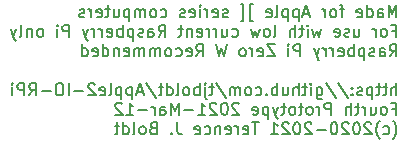
<source format=gbr>
G04 #@! TF.GenerationSoftware,KiCad,Pcbnew,(5.1.9-0-10_14)*
G04 #@! TF.CreationDate,2021-03-12T10:10:12-05:00*
G04 #@! TF.ProjectId,Apple2IORPi,4170706c-6532-4494-9f52-50692e6b6963,0.4*
G04 #@! TF.SameCoordinates,Original*
G04 #@! TF.FileFunction,Legend,Bot*
G04 #@! TF.FilePolarity,Positive*
%FSLAX46Y46*%
G04 Gerber Fmt 4.6, Leading zero omitted, Abs format (unit mm)*
G04 Created by KiCad (PCBNEW (5.1.9-0-10_14)) date 2021-03-12 10:10:12*
%MOMM*%
%LPD*%
G01*
G04 APERTURE LIST*
%ADD10C,0.150000*%
G04 APERTURE END LIST*
D10*
X183484204Y-100124980D02*
X183484204Y-99124980D01*
X183150871Y-99839266D01*
X182817538Y-99124980D01*
X182817538Y-100124980D01*
X181912776Y-100124980D02*
X181912776Y-99601171D01*
X181960395Y-99505933D01*
X182055633Y-99458314D01*
X182246109Y-99458314D01*
X182341347Y-99505933D01*
X181912776Y-100077361D02*
X182008014Y-100124980D01*
X182246109Y-100124980D01*
X182341347Y-100077361D01*
X182388966Y-99982123D01*
X182388966Y-99886885D01*
X182341347Y-99791647D01*
X182246109Y-99744028D01*
X182008014Y-99744028D01*
X181912776Y-99696409D01*
X181008014Y-100124980D02*
X181008014Y-99124980D01*
X181008014Y-100077361D02*
X181103252Y-100124980D01*
X181293728Y-100124980D01*
X181388966Y-100077361D01*
X181436585Y-100029742D01*
X181484204Y-99934504D01*
X181484204Y-99648790D01*
X181436585Y-99553552D01*
X181388966Y-99505933D01*
X181293728Y-99458314D01*
X181103252Y-99458314D01*
X181008014Y-99505933D01*
X180150871Y-100077361D02*
X180246109Y-100124980D01*
X180436585Y-100124980D01*
X180531823Y-100077361D01*
X180579442Y-99982123D01*
X180579442Y-99601171D01*
X180531823Y-99505933D01*
X180436585Y-99458314D01*
X180246109Y-99458314D01*
X180150871Y-99505933D01*
X180103252Y-99601171D01*
X180103252Y-99696409D01*
X180579442Y-99791647D01*
X179055633Y-99458314D02*
X178674680Y-99458314D01*
X178912776Y-100124980D02*
X178912776Y-99267838D01*
X178865157Y-99172600D01*
X178769919Y-99124980D01*
X178674680Y-99124980D01*
X178198490Y-100124980D02*
X178293728Y-100077361D01*
X178341347Y-100029742D01*
X178388966Y-99934504D01*
X178388966Y-99648790D01*
X178341347Y-99553552D01*
X178293728Y-99505933D01*
X178198490Y-99458314D01*
X178055633Y-99458314D01*
X177960395Y-99505933D01*
X177912776Y-99553552D01*
X177865157Y-99648790D01*
X177865157Y-99934504D01*
X177912776Y-100029742D01*
X177960395Y-100077361D01*
X178055633Y-100124980D01*
X178198490Y-100124980D01*
X177436585Y-100124980D02*
X177436585Y-99458314D01*
X177436585Y-99648790D02*
X177388966Y-99553552D01*
X177341347Y-99505933D01*
X177246109Y-99458314D01*
X177150871Y-99458314D01*
X176103252Y-99839266D02*
X175627061Y-99839266D01*
X176198490Y-100124980D02*
X175865157Y-99124980D01*
X175531823Y-100124980D01*
X175198490Y-99458314D02*
X175198490Y-100458314D01*
X175198490Y-99505933D02*
X175103252Y-99458314D01*
X174912776Y-99458314D01*
X174817538Y-99505933D01*
X174769919Y-99553552D01*
X174722300Y-99648790D01*
X174722300Y-99934504D01*
X174769919Y-100029742D01*
X174817538Y-100077361D01*
X174912776Y-100124980D01*
X175103252Y-100124980D01*
X175198490Y-100077361D01*
X174293728Y-99458314D02*
X174293728Y-100458314D01*
X174293728Y-99505933D02*
X174198490Y-99458314D01*
X174008014Y-99458314D01*
X173912776Y-99505933D01*
X173865157Y-99553552D01*
X173817538Y-99648790D01*
X173817538Y-99934504D01*
X173865157Y-100029742D01*
X173912776Y-100077361D01*
X174008014Y-100124980D01*
X174198490Y-100124980D01*
X174293728Y-100077361D01*
X173246109Y-100124980D02*
X173341347Y-100077361D01*
X173388966Y-99982123D01*
X173388966Y-99124980D01*
X172484204Y-100077361D02*
X172579442Y-100124980D01*
X172769919Y-100124980D01*
X172865157Y-100077361D01*
X172912776Y-99982123D01*
X172912776Y-99601171D01*
X172865157Y-99505933D01*
X172769919Y-99458314D01*
X172579442Y-99458314D01*
X172484204Y-99505933D01*
X172436585Y-99601171D01*
X172436585Y-99696409D01*
X172912776Y-99791647D01*
X171341347Y-100458314D02*
X171103252Y-100458314D01*
X171103252Y-99029742D01*
X171341347Y-99029742D01*
X170293728Y-100458314D02*
X170531823Y-100458314D01*
X170531823Y-99029742D01*
X170293728Y-99029742D01*
X169198490Y-100077361D02*
X169103252Y-100124980D01*
X168912776Y-100124980D01*
X168817538Y-100077361D01*
X168769919Y-99982123D01*
X168769919Y-99934504D01*
X168817538Y-99839266D01*
X168912776Y-99791647D01*
X169055633Y-99791647D01*
X169150871Y-99744028D01*
X169198490Y-99648790D01*
X169198490Y-99601171D01*
X169150871Y-99505933D01*
X169055633Y-99458314D01*
X168912776Y-99458314D01*
X168817538Y-99505933D01*
X167960395Y-100077361D02*
X168055633Y-100124980D01*
X168246109Y-100124980D01*
X168341347Y-100077361D01*
X168388966Y-99982123D01*
X168388966Y-99601171D01*
X168341347Y-99505933D01*
X168246109Y-99458314D01*
X168055633Y-99458314D01*
X167960395Y-99505933D01*
X167912776Y-99601171D01*
X167912776Y-99696409D01*
X168388966Y-99791647D01*
X167484204Y-100124980D02*
X167484204Y-99458314D01*
X167484204Y-99648790D02*
X167436585Y-99553552D01*
X167388966Y-99505933D01*
X167293728Y-99458314D01*
X167198490Y-99458314D01*
X166865157Y-100124980D02*
X166865157Y-99458314D01*
X166865157Y-99124980D02*
X166912776Y-99172600D01*
X166865157Y-99220219D01*
X166817538Y-99172600D01*
X166865157Y-99124980D01*
X166865157Y-99220219D01*
X166008014Y-100077361D02*
X166103252Y-100124980D01*
X166293728Y-100124980D01*
X166388966Y-100077361D01*
X166436585Y-99982123D01*
X166436585Y-99601171D01*
X166388966Y-99505933D01*
X166293728Y-99458314D01*
X166103252Y-99458314D01*
X166008014Y-99505933D01*
X165960395Y-99601171D01*
X165960395Y-99696409D01*
X166436585Y-99791647D01*
X165579442Y-100077361D02*
X165484204Y-100124980D01*
X165293728Y-100124980D01*
X165198490Y-100077361D01*
X165150871Y-99982123D01*
X165150871Y-99934504D01*
X165198490Y-99839266D01*
X165293728Y-99791647D01*
X165436585Y-99791647D01*
X165531823Y-99744028D01*
X165579442Y-99648790D01*
X165579442Y-99601171D01*
X165531823Y-99505933D01*
X165436585Y-99458314D01*
X165293728Y-99458314D01*
X165198490Y-99505933D01*
X163531823Y-100077361D02*
X163627061Y-100124980D01*
X163817538Y-100124980D01*
X163912776Y-100077361D01*
X163960395Y-100029742D01*
X164008014Y-99934504D01*
X164008014Y-99648790D01*
X163960395Y-99553552D01*
X163912776Y-99505933D01*
X163817538Y-99458314D01*
X163627061Y-99458314D01*
X163531823Y-99505933D01*
X162960395Y-100124980D02*
X163055633Y-100077361D01*
X163103252Y-100029742D01*
X163150871Y-99934504D01*
X163150871Y-99648790D01*
X163103252Y-99553552D01*
X163055633Y-99505933D01*
X162960395Y-99458314D01*
X162817538Y-99458314D01*
X162722300Y-99505933D01*
X162674680Y-99553552D01*
X162627061Y-99648790D01*
X162627061Y-99934504D01*
X162674680Y-100029742D01*
X162722300Y-100077361D01*
X162817538Y-100124980D01*
X162960395Y-100124980D01*
X162198490Y-100124980D02*
X162198490Y-99458314D01*
X162198490Y-99553552D02*
X162150871Y-99505933D01*
X162055633Y-99458314D01*
X161912776Y-99458314D01*
X161817538Y-99505933D01*
X161769919Y-99601171D01*
X161769919Y-100124980D01*
X161769919Y-99601171D02*
X161722300Y-99505933D01*
X161627061Y-99458314D01*
X161484204Y-99458314D01*
X161388966Y-99505933D01*
X161341347Y-99601171D01*
X161341347Y-100124980D01*
X160865157Y-99458314D02*
X160865157Y-100458314D01*
X160865157Y-99505933D02*
X160769919Y-99458314D01*
X160579442Y-99458314D01*
X160484204Y-99505933D01*
X160436585Y-99553552D01*
X160388966Y-99648790D01*
X160388966Y-99934504D01*
X160436585Y-100029742D01*
X160484204Y-100077361D01*
X160579442Y-100124980D01*
X160769919Y-100124980D01*
X160865157Y-100077361D01*
X159531823Y-99458314D02*
X159531823Y-100124980D01*
X159960395Y-99458314D02*
X159960395Y-99982123D01*
X159912776Y-100077361D01*
X159817538Y-100124980D01*
X159674680Y-100124980D01*
X159579442Y-100077361D01*
X159531823Y-100029742D01*
X159198490Y-99458314D02*
X158817538Y-99458314D01*
X159055633Y-99124980D02*
X159055633Y-99982123D01*
X159008014Y-100077361D01*
X158912776Y-100124980D01*
X158817538Y-100124980D01*
X158103252Y-100077361D02*
X158198490Y-100124980D01*
X158388966Y-100124980D01*
X158484204Y-100077361D01*
X158531823Y-99982123D01*
X158531823Y-99601171D01*
X158484204Y-99505933D01*
X158388966Y-99458314D01*
X158198490Y-99458314D01*
X158103252Y-99505933D01*
X158055633Y-99601171D01*
X158055633Y-99696409D01*
X158531823Y-99791647D01*
X157627061Y-100124980D02*
X157627061Y-99458314D01*
X157627061Y-99648790D02*
X157579442Y-99553552D01*
X157531823Y-99505933D01*
X157436585Y-99458314D01*
X157341347Y-99458314D01*
X157055633Y-100077361D02*
X156960395Y-100124980D01*
X156769919Y-100124980D01*
X156674680Y-100077361D01*
X156627061Y-99982123D01*
X156627061Y-99934504D01*
X156674680Y-99839266D01*
X156769919Y-99791647D01*
X156912776Y-99791647D01*
X157008014Y-99744028D01*
X157055633Y-99648790D01*
X157055633Y-99601171D01*
X157008014Y-99505933D01*
X156912776Y-99458314D01*
X156769919Y-99458314D01*
X156674680Y-99505933D01*
X183150871Y-101251171D02*
X183484204Y-101251171D01*
X183484204Y-101774980D02*
X183484204Y-100774980D01*
X183008014Y-100774980D01*
X182484204Y-101774980D02*
X182579442Y-101727361D01*
X182627061Y-101679742D01*
X182674680Y-101584504D01*
X182674680Y-101298790D01*
X182627061Y-101203552D01*
X182579442Y-101155933D01*
X182484204Y-101108314D01*
X182341347Y-101108314D01*
X182246109Y-101155933D01*
X182198490Y-101203552D01*
X182150871Y-101298790D01*
X182150871Y-101584504D01*
X182198490Y-101679742D01*
X182246109Y-101727361D01*
X182341347Y-101774980D01*
X182484204Y-101774980D01*
X181722300Y-101774980D02*
X181722300Y-101108314D01*
X181722300Y-101298790D02*
X181674680Y-101203552D01*
X181627061Y-101155933D01*
X181531823Y-101108314D01*
X181436585Y-101108314D01*
X179912776Y-101108314D02*
X179912776Y-101774980D01*
X180341347Y-101108314D02*
X180341347Y-101632123D01*
X180293728Y-101727361D01*
X180198490Y-101774980D01*
X180055633Y-101774980D01*
X179960395Y-101727361D01*
X179912776Y-101679742D01*
X179484204Y-101727361D02*
X179388966Y-101774980D01*
X179198490Y-101774980D01*
X179103252Y-101727361D01*
X179055633Y-101632123D01*
X179055633Y-101584504D01*
X179103252Y-101489266D01*
X179198490Y-101441647D01*
X179341347Y-101441647D01*
X179436585Y-101394028D01*
X179484204Y-101298790D01*
X179484204Y-101251171D01*
X179436585Y-101155933D01*
X179341347Y-101108314D01*
X179198490Y-101108314D01*
X179103252Y-101155933D01*
X178246109Y-101727361D02*
X178341347Y-101774980D01*
X178531823Y-101774980D01*
X178627061Y-101727361D01*
X178674680Y-101632123D01*
X178674680Y-101251171D01*
X178627061Y-101155933D01*
X178531823Y-101108314D01*
X178341347Y-101108314D01*
X178246109Y-101155933D01*
X178198490Y-101251171D01*
X178198490Y-101346409D01*
X178674680Y-101441647D01*
X177103252Y-101108314D02*
X176912776Y-101774980D01*
X176722300Y-101298790D01*
X176531823Y-101774980D01*
X176341347Y-101108314D01*
X175960395Y-101774980D02*
X175960395Y-101108314D01*
X175960395Y-100774980D02*
X176008014Y-100822600D01*
X175960395Y-100870219D01*
X175912776Y-100822600D01*
X175960395Y-100774980D01*
X175960395Y-100870219D01*
X175627061Y-101108314D02*
X175246109Y-101108314D01*
X175484204Y-100774980D02*
X175484204Y-101632123D01*
X175436585Y-101727361D01*
X175341347Y-101774980D01*
X175246109Y-101774980D01*
X174912776Y-101774980D02*
X174912776Y-100774980D01*
X174484204Y-101774980D02*
X174484204Y-101251171D01*
X174531823Y-101155933D01*
X174627061Y-101108314D01*
X174769919Y-101108314D01*
X174865157Y-101155933D01*
X174912776Y-101203552D01*
X173103252Y-101774980D02*
X173198490Y-101727361D01*
X173246109Y-101632123D01*
X173246109Y-100774980D01*
X172579442Y-101774980D02*
X172674680Y-101727361D01*
X172722300Y-101679742D01*
X172769919Y-101584504D01*
X172769919Y-101298790D01*
X172722300Y-101203552D01*
X172674680Y-101155933D01*
X172579442Y-101108314D01*
X172436585Y-101108314D01*
X172341347Y-101155933D01*
X172293728Y-101203552D01*
X172246109Y-101298790D01*
X172246109Y-101584504D01*
X172293728Y-101679742D01*
X172341347Y-101727361D01*
X172436585Y-101774980D01*
X172579442Y-101774980D01*
X171912776Y-101108314D02*
X171722300Y-101774980D01*
X171531823Y-101298790D01*
X171341347Y-101774980D01*
X171150871Y-101108314D01*
X169579442Y-101727361D02*
X169674680Y-101774980D01*
X169865157Y-101774980D01*
X169960395Y-101727361D01*
X170008014Y-101679742D01*
X170055633Y-101584504D01*
X170055633Y-101298790D01*
X170008014Y-101203552D01*
X169960395Y-101155933D01*
X169865157Y-101108314D01*
X169674680Y-101108314D01*
X169579442Y-101155933D01*
X168722300Y-101108314D02*
X168722300Y-101774980D01*
X169150871Y-101108314D02*
X169150871Y-101632123D01*
X169103252Y-101727361D01*
X169008014Y-101774980D01*
X168865157Y-101774980D01*
X168769919Y-101727361D01*
X168722300Y-101679742D01*
X168246109Y-101774980D02*
X168246109Y-101108314D01*
X168246109Y-101298790D02*
X168198490Y-101203552D01*
X168150871Y-101155933D01*
X168055633Y-101108314D01*
X167960395Y-101108314D01*
X167627061Y-101774980D02*
X167627061Y-101108314D01*
X167627061Y-101298790D02*
X167579442Y-101203552D01*
X167531823Y-101155933D01*
X167436585Y-101108314D01*
X167341347Y-101108314D01*
X166627061Y-101727361D02*
X166722300Y-101774980D01*
X166912776Y-101774980D01*
X167008014Y-101727361D01*
X167055633Y-101632123D01*
X167055633Y-101251171D01*
X167008014Y-101155933D01*
X166912776Y-101108314D01*
X166722300Y-101108314D01*
X166627061Y-101155933D01*
X166579442Y-101251171D01*
X166579442Y-101346409D01*
X167055633Y-101441647D01*
X166150871Y-101108314D02*
X166150871Y-101774980D01*
X166150871Y-101203552D02*
X166103252Y-101155933D01*
X166008014Y-101108314D01*
X165865157Y-101108314D01*
X165769919Y-101155933D01*
X165722300Y-101251171D01*
X165722300Y-101774980D01*
X165388966Y-101108314D02*
X165008014Y-101108314D01*
X165246109Y-100774980D02*
X165246109Y-101632123D01*
X165198490Y-101727361D01*
X165103252Y-101774980D01*
X165008014Y-101774980D01*
X163341347Y-101774980D02*
X163674680Y-101298790D01*
X163912776Y-101774980D02*
X163912776Y-100774980D01*
X163531823Y-100774980D01*
X163436585Y-100822600D01*
X163388966Y-100870219D01*
X163341347Y-100965457D01*
X163341347Y-101108314D01*
X163388966Y-101203552D01*
X163436585Y-101251171D01*
X163531823Y-101298790D01*
X163912776Y-101298790D01*
X162484204Y-101774980D02*
X162484204Y-101251171D01*
X162531823Y-101155933D01*
X162627061Y-101108314D01*
X162817538Y-101108314D01*
X162912776Y-101155933D01*
X162484204Y-101727361D02*
X162579442Y-101774980D01*
X162817538Y-101774980D01*
X162912776Y-101727361D01*
X162960395Y-101632123D01*
X162960395Y-101536885D01*
X162912776Y-101441647D01*
X162817538Y-101394028D01*
X162579442Y-101394028D01*
X162484204Y-101346409D01*
X162055633Y-101727361D02*
X161960395Y-101774980D01*
X161769919Y-101774980D01*
X161674680Y-101727361D01*
X161627061Y-101632123D01*
X161627061Y-101584504D01*
X161674680Y-101489266D01*
X161769919Y-101441647D01*
X161912776Y-101441647D01*
X162008014Y-101394028D01*
X162055633Y-101298790D01*
X162055633Y-101251171D01*
X162008014Y-101155933D01*
X161912776Y-101108314D01*
X161769919Y-101108314D01*
X161674680Y-101155933D01*
X161198490Y-101108314D02*
X161198490Y-102108314D01*
X161198490Y-101155933D02*
X161103252Y-101108314D01*
X160912776Y-101108314D01*
X160817538Y-101155933D01*
X160769919Y-101203552D01*
X160722300Y-101298790D01*
X160722300Y-101584504D01*
X160769919Y-101679742D01*
X160817538Y-101727361D01*
X160912776Y-101774980D01*
X161103252Y-101774980D01*
X161198490Y-101727361D01*
X160293728Y-101774980D02*
X160293728Y-100774980D01*
X160293728Y-101155933D02*
X160198490Y-101108314D01*
X160008014Y-101108314D01*
X159912776Y-101155933D01*
X159865157Y-101203552D01*
X159817538Y-101298790D01*
X159817538Y-101584504D01*
X159865157Y-101679742D01*
X159912776Y-101727361D01*
X160008014Y-101774980D01*
X160198490Y-101774980D01*
X160293728Y-101727361D01*
X159008014Y-101727361D02*
X159103252Y-101774980D01*
X159293728Y-101774980D01*
X159388966Y-101727361D01*
X159436585Y-101632123D01*
X159436585Y-101251171D01*
X159388966Y-101155933D01*
X159293728Y-101108314D01*
X159103252Y-101108314D01*
X159008014Y-101155933D01*
X158960395Y-101251171D01*
X158960395Y-101346409D01*
X159436585Y-101441647D01*
X158531823Y-101774980D02*
X158531823Y-101108314D01*
X158531823Y-101298790D02*
X158484204Y-101203552D01*
X158436585Y-101155933D01*
X158341347Y-101108314D01*
X158246109Y-101108314D01*
X157912776Y-101774980D02*
X157912776Y-101108314D01*
X157912776Y-101298790D02*
X157865157Y-101203552D01*
X157817538Y-101155933D01*
X157722300Y-101108314D01*
X157627061Y-101108314D01*
X157388966Y-101108314D02*
X157150871Y-101774980D01*
X156912776Y-101108314D02*
X157150871Y-101774980D01*
X157246109Y-102013076D01*
X157293728Y-102060695D01*
X157388966Y-102108314D01*
X155769919Y-101774980D02*
X155769919Y-100774980D01*
X155388966Y-100774980D01*
X155293728Y-100822600D01*
X155246109Y-100870219D01*
X155198490Y-100965457D01*
X155198490Y-101108314D01*
X155246109Y-101203552D01*
X155293728Y-101251171D01*
X155388966Y-101298790D01*
X155769919Y-101298790D01*
X154769919Y-101774980D02*
X154769919Y-101108314D01*
X154769919Y-100774980D02*
X154817538Y-100822600D01*
X154769919Y-100870219D01*
X154722300Y-100822600D01*
X154769919Y-100774980D01*
X154769919Y-100870219D01*
X153388966Y-101774980D02*
X153484204Y-101727361D01*
X153531823Y-101679742D01*
X153579442Y-101584504D01*
X153579442Y-101298790D01*
X153531823Y-101203552D01*
X153484204Y-101155933D01*
X153388966Y-101108314D01*
X153246109Y-101108314D01*
X153150871Y-101155933D01*
X153103252Y-101203552D01*
X153055633Y-101298790D01*
X153055633Y-101584504D01*
X153103252Y-101679742D01*
X153150871Y-101727361D01*
X153246109Y-101774980D01*
X153388966Y-101774980D01*
X152627061Y-101108314D02*
X152627061Y-101774980D01*
X152627061Y-101203552D02*
X152579442Y-101155933D01*
X152484204Y-101108314D01*
X152341347Y-101108314D01*
X152246109Y-101155933D01*
X152198490Y-101251171D01*
X152198490Y-101774980D01*
X151579442Y-101774980D02*
X151674680Y-101727361D01*
X151722300Y-101632123D01*
X151722300Y-100774980D01*
X151293728Y-101108314D02*
X151055633Y-101774980D01*
X150817538Y-101108314D02*
X151055633Y-101774980D01*
X151150871Y-102013076D01*
X151198490Y-102060695D01*
X151293728Y-102108314D01*
X182912776Y-103424980D02*
X183246109Y-102948790D01*
X183484204Y-103424980D02*
X183484204Y-102424980D01*
X183103252Y-102424980D01*
X183008014Y-102472600D01*
X182960395Y-102520219D01*
X182912776Y-102615457D01*
X182912776Y-102758314D01*
X182960395Y-102853552D01*
X183008014Y-102901171D01*
X183103252Y-102948790D01*
X183484204Y-102948790D01*
X182055633Y-103424980D02*
X182055633Y-102901171D01*
X182103252Y-102805933D01*
X182198490Y-102758314D01*
X182388966Y-102758314D01*
X182484204Y-102805933D01*
X182055633Y-103377361D02*
X182150871Y-103424980D01*
X182388966Y-103424980D01*
X182484204Y-103377361D01*
X182531823Y-103282123D01*
X182531823Y-103186885D01*
X182484204Y-103091647D01*
X182388966Y-103044028D01*
X182150871Y-103044028D01*
X182055633Y-102996409D01*
X181627061Y-103377361D02*
X181531823Y-103424980D01*
X181341347Y-103424980D01*
X181246109Y-103377361D01*
X181198490Y-103282123D01*
X181198490Y-103234504D01*
X181246109Y-103139266D01*
X181341347Y-103091647D01*
X181484204Y-103091647D01*
X181579442Y-103044028D01*
X181627061Y-102948790D01*
X181627061Y-102901171D01*
X181579442Y-102805933D01*
X181484204Y-102758314D01*
X181341347Y-102758314D01*
X181246109Y-102805933D01*
X180769919Y-102758314D02*
X180769919Y-103758314D01*
X180769919Y-102805933D02*
X180674680Y-102758314D01*
X180484204Y-102758314D01*
X180388966Y-102805933D01*
X180341347Y-102853552D01*
X180293728Y-102948790D01*
X180293728Y-103234504D01*
X180341347Y-103329742D01*
X180388966Y-103377361D01*
X180484204Y-103424980D01*
X180674680Y-103424980D01*
X180769919Y-103377361D01*
X179865157Y-103424980D02*
X179865157Y-102424980D01*
X179865157Y-102805933D02*
X179769919Y-102758314D01*
X179579442Y-102758314D01*
X179484204Y-102805933D01*
X179436585Y-102853552D01*
X179388966Y-102948790D01*
X179388966Y-103234504D01*
X179436585Y-103329742D01*
X179484204Y-103377361D01*
X179579442Y-103424980D01*
X179769919Y-103424980D01*
X179865157Y-103377361D01*
X178579442Y-103377361D02*
X178674680Y-103424980D01*
X178865157Y-103424980D01*
X178960395Y-103377361D01*
X179008014Y-103282123D01*
X179008014Y-102901171D01*
X178960395Y-102805933D01*
X178865157Y-102758314D01*
X178674680Y-102758314D01*
X178579442Y-102805933D01*
X178531823Y-102901171D01*
X178531823Y-102996409D01*
X179008014Y-103091647D01*
X178103252Y-103424980D02*
X178103252Y-102758314D01*
X178103252Y-102948790D02*
X178055633Y-102853552D01*
X178008014Y-102805933D01*
X177912776Y-102758314D01*
X177817538Y-102758314D01*
X177484204Y-103424980D02*
X177484204Y-102758314D01*
X177484204Y-102948790D02*
X177436585Y-102853552D01*
X177388966Y-102805933D01*
X177293728Y-102758314D01*
X177198490Y-102758314D01*
X176960395Y-102758314D02*
X176722300Y-103424980D01*
X176484204Y-102758314D02*
X176722300Y-103424980D01*
X176817538Y-103663076D01*
X176865157Y-103710695D01*
X176960395Y-103758314D01*
X175341347Y-103424980D02*
X175341347Y-102424980D01*
X174960395Y-102424980D01*
X174865157Y-102472600D01*
X174817538Y-102520219D01*
X174769919Y-102615457D01*
X174769919Y-102758314D01*
X174817538Y-102853552D01*
X174865157Y-102901171D01*
X174960395Y-102948790D01*
X175341347Y-102948790D01*
X174341347Y-103424980D02*
X174341347Y-102758314D01*
X174341347Y-102424980D02*
X174388966Y-102472600D01*
X174341347Y-102520219D01*
X174293728Y-102472600D01*
X174341347Y-102424980D01*
X174341347Y-102520219D01*
X173198490Y-102424980D02*
X172531823Y-102424980D01*
X173198490Y-103424980D01*
X172531823Y-103424980D01*
X171769919Y-103377361D02*
X171865157Y-103424980D01*
X172055633Y-103424980D01*
X172150871Y-103377361D01*
X172198490Y-103282123D01*
X172198490Y-102901171D01*
X172150871Y-102805933D01*
X172055633Y-102758314D01*
X171865157Y-102758314D01*
X171769919Y-102805933D01*
X171722300Y-102901171D01*
X171722300Y-102996409D01*
X172198490Y-103091647D01*
X171293728Y-103424980D02*
X171293728Y-102758314D01*
X171293728Y-102948790D02*
X171246109Y-102853552D01*
X171198490Y-102805933D01*
X171103252Y-102758314D01*
X171008014Y-102758314D01*
X170531823Y-103424980D02*
X170627061Y-103377361D01*
X170674680Y-103329742D01*
X170722300Y-103234504D01*
X170722300Y-102948790D01*
X170674680Y-102853552D01*
X170627061Y-102805933D01*
X170531823Y-102758314D01*
X170388966Y-102758314D01*
X170293728Y-102805933D01*
X170246109Y-102853552D01*
X170198490Y-102948790D01*
X170198490Y-103234504D01*
X170246109Y-103329742D01*
X170293728Y-103377361D01*
X170388966Y-103424980D01*
X170531823Y-103424980D01*
X169103252Y-102424980D02*
X168865157Y-103424980D01*
X168674680Y-102710695D01*
X168484204Y-103424980D01*
X168246109Y-102424980D01*
X166531823Y-103424980D02*
X166865157Y-102948790D01*
X167103252Y-103424980D02*
X167103252Y-102424980D01*
X166722300Y-102424980D01*
X166627061Y-102472600D01*
X166579442Y-102520219D01*
X166531823Y-102615457D01*
X166531823Y-102758314D01*
X166579442Y-102853552D01*
X166627061Y-102901171D01*
X166722300Y-102948790D01*
X167103252Y-102948790D01*
X165722300Y-103377361D02*
X165817538Y-103424980D01*
X166008014Y-103424980D01*
X166103252Y-103377361D01*
X166150871Y-103282123D01*
X166150871Y-102901171D01*
X166103252Y-102805933D01*
X166008014Y-102758314D01*
X165817538Y-102758314D01*
X165722300Y-102805933D01*
X165674680Y-102901171D01*
X165674680Y-102996409D01*
X166150871Y-103091647D01*
X164817538Y-103377361D02*
X164912776Y-103424980D01*
X165103252Y-103424980D01*
X165198490Y-103377361D01*
X165246109Y-103329742D01*
X165293728Y-103234504D01*
X165293728Y-102948790D01*
X165246109Y-102853552D01*
X165198490Y-102805933D01*
X165103252Y-102758314D01*
X164912776Y-102758314D01*
X164817538Y-102805933D01*
X164246109Y-103424980D02*
X164341347Y-103377361D01*
X164388966Y-103329742D01*
X164436585Y-103234504D01*
X164436585Y-102948790D01*
X164388966Y-102853552D01*
X164341347Y-102805933D01*
X164246109Y-102758314D01*
X164103252Y-102758314D01*
X164008014Y-102805933D01*
X163960395Y-102853552D01*
X163912776Y-102948790D01*
X163912776Y-103234504D01*
X163960395Y-103329742D01*
X164008014Y-103377361D01*
X164103252Y-103424980D01*
X164246109Y-103424980D01*
X163484204Y-103424980D02*
X163484204Y-102758314D01*
X163484204Y-102853552D02*
X163436585Y-102805933D01*
X163341347Y-102758314D01*
X163198490Y-102758314D01*
X163103252Y-102805933D01*
X163055633Y-102901171D01*
X163055633Y-103424980D01*
X163055633Y-102901171D02*
X163008014Y-102805933D01*
X162912776Y-102758314D01*
X162769919Y-102758314D01*
X162674680Y-102805933D01*
X162627061Y-102901171D01*
X162627061Y-103424980D01*
X162150871Y-103424980D02*
X162150871Y-102758314D01*
X162150871Y-102853552D02*
X162103252Y-102805933D01*
X162008014Y-102758314D01*
X161865157Y-102758314D01*
X161769919Y-102805933D01*
X161722300Y-102901171D01*
X161722300Y-103424980D01*
X161722300Y-102901171D02*
X161674680Y-102805933D01*
X161579442Y-102758314D01*
X161436585Y-102758314D01*
X161341347Y-102805933D01*
X161293728Y-102901171D01*
X161293728Y-103424980D01*
X160436585Y-103377361D02*
X160531823Y-103424980D01*
X160722300Y-103424980D01*
X160817538Y-103377361D01*
X160865157Y-103282123D01*
X160865157Y-102901171D01*
X160817538Y-102805933D01*
X160722300Y-102758314D01*
X160531823Y-102758314D01*
X160436585Y-102805933D01*
X160388966Y-102901171D01*
X160388966Y-102996409D01*
X160865157Y-103091647D01*
X159960395Y-102758314D02*
X159960395Y-103424980D01*
X159960395Y-102853552D02*
X159912776Y-102805933D01*
X159817538Y-102758314D01*
X159674680Y-102758314D01*
X159579442Y-102805933D01*
X159531823Y-102901171D01*
X159531823Y-103424980D01*
X158627061Y-103424980D02*
X158627061Y-102424980D01*
X158627061Y-103377361D02*
X158722300Y-103424980D01*
X158912776Y-103424980D01*
X159008014Y-103377361D01*
X159055633Y-103329742D01*
X159103252Y-103234504D01*
X159103252Y-102948790D01*
X159055633Y-102853552D01*
X159008014Y-102805933D01*
X158912776Y-102758314D01*
X158722300Y-102758314D01*
X158627061Y-102805933D01*
X157769919Y-103377361D02*
X157865157Y-103424980D01*
X158055633Y-103424980D01*
X158150871Y-103377361D01*
X158198490Y-103282123D01*
X158198490Y-102901171D01*
X158150871Y-102805933D01*
X158055633Y-102758314D01*
X157865157Y-102758314D01*
X157769919Y-102805933D01*
X157722300Y-102901171D01*
X157722300Y-102996409D01*
X158198490Y-103091647D01*
X156865157Y-103424980D02*
X156865157Y-102424980D01*
X156865157Y-103377361D02*
X156960395Y-103424980D01*
X157150871Y-103424980D01*
X157246109Y-103377361D01*
X157293728Y-103329742D01*
X157341347Y-103234504D01*
X157341347Y-102948790D01*
X157293728Y-102853552D01*
X157246109Y-102805933D01*
X157150871Y-102758314D01*
X156960395Y-102758314D01*
X156865157Y-102805933D01*
X183484204Y-106724980D02*
X183484204Y-105724980D01*
X183055633Y-106724980D02*
X183055633Y-106201171D01*
X183103252Y-106105933D01*
X183198490Y-106058314D01*
X183341347Y-106058314D01*
X183436585Y-106105933D01*
X183484204Y-106153552D01*
X182722300Y-106058314D02*
X182341347Y-106058314D01*
X182579442Y-105724980D02*
X182579442Y-106582123D01*
X182531823Y-106677361D01*
X182436585Y-106724980D01*
X182341347Y-106724980D01*
X182150871Y-106058314D02*
X181769919Y-106058314D01*
X182008014Y-105724980D02*
X182008014Y-106582123D01*
X181960395Y-106677361D01*
X181865157Y-106724980D01*
X181769919Y-106724980D01*
X181436585Y-106058314D02*
X181436585Y-107058314D01*
X181436585Y-106105933D02*
X181341347Y-106058314D01*
X181150871Y-106058314D01*
X181055633Y-106105933D01*
X181008014Y-106153552D01*
X180960395Y-106248790D01*
X180960395Y-106534504D01*
X181008014Y-106629742D01*
X181055633Y-106677361D01*
X181150871Y-106724980D01*
X181341347Y-106724980D01*
X181436585Y-106677361D01*
X180579442Y-106677361D02*
X180484204Y-106724980D01*
X180293728Y-106724980D01*
X180198490Y-106677361D01*
X180150871Y-106582123D01*
X180150871Y-106534504D01*
X180198490Y-106439266D01*
X180293728Y-106391647D01*
X180436585Y-106391647D01*
X180531823Y-106344028D01*
X180579442Y-106248790D01*
X180579442Y-106201171D01*
X180531823Y-106105933D01*
X180436585Y-106058314D01*
X180293728Y-106058314D01*
X180198490Y-106105933D01*
X179722300Y-106629742D02*
X179674680Y-106677361D01*
X179722300Y-106724980D01*
X179769919Y-106677361D01*
X179722300Y-106629742D01*
X179722300Y-106724980D01*
X179722300Y-106105933D02*
X179674680Y-106153552D01*
X179722300Y-106201171D01*
X179769919Y-106153552D01*
X179722300Y-106105933D01*
X179722300Y-106201171D01*
X178531823Y-105677361D02*
X179388966Y-106963076D01*
X177484204Y-105677361D02*
X178341347Y-106963076D01*
X176722300Y-106058314D02*
X176722300Y-106867838D01*
X176769919Y-106963076D01*
X176817538Y-107010695D01*
X176912776Y-107058314D01*
X177055633Y-107058314D01*
X177150871Y-107010695D01*
X176722300Y-106677361D02*
X176817538Y-106724980D01*
X177008014Y-106724980D01*
X177103252Y-106677361D01*
X177150871Y-106629742D01*
X177198490Y-106534504D01*
X177198490Y-106248790D01*
X177150871Y-106153552D01*
X177103252Y-106105933D01*
X177008014Y-106058314D01*
X176817538Y-106058314D01*
X176722300Y-106105933D01*
X176246109Y-106724980D02*
X176246109Y-106058314D01*
X176246109Y-105724980D02*
X176293728Y-105772600D01*
X176246109Y-105820219D01*
X176198490Y-105772600D01*
X176246109Y-105724980D01*
X176246109Y-105820219D01*
X175912776Y-106058314D02*
X175531823Y-106058314D01*
X175769919Y-105724980D02*
X175769919Y-106582123D01*
X175722300Y-106677361D01*
X175627061Y-106724980D01*
X175531823Y-106724980D01*
X175198490Y-106724980D02*
X175198490Y-105724980D01*
X174769919Y-106724980D02*
X174769919Y-106201171D01*
X174817538Y-106105933D01*
X174912776Y-106058314D01*
X175055633Y-106058314D01*
X175150871Y-106105933D01*
X175198490Y-106153552D01*
X173865157Y-106058314D02*
X173865157Y-106724980D01*
X174293728Y-106058314D02*
X174293728Y-106582123D01*
X174246109Y-106677361D01*
X174150871Y-106724980D01*
X174008014Y-106724980D01*
X173912776Y-106677361D01*
X173865157Y-106629742D01*
X173388966Y-106724980D02*
X173388966Y-105724980D01*
X173388966Y-106105933D02*
X173293728Y-106058314D01*
X173103252Y-106058314D01*
X173008014Y-106105933D01*
X172960395Y-106153552D01*
X172912776Y-106248790D01*
X172912776Y-106534504D01*
X172960395Y-106629742D01*
X173008014Y-106677361D01*
X173103252Y-106724980D01*
X173293728Y-106724980D01*
X173388966Y-106677361D01*
X172484204Y-106629742D02*
X172436585Y-106677361D01*
X172484204Y-106724980D01*
X172531823Y-106677361D01*
X172484204Y-106629742D01*
X172484204Y-106724980D01*
X171579442Y-106677361D02*
X171674680Y-106724980D01*
X171865157Y-106724980D01*
X171960395Y-106677361D01*
X172008014Y-106629742D01*
X172055633Y-106534504D01*
X172055633Y-106248790D01*
X172008014Y-106153552D01*
X171960395Y-106105933D01*
X171865157Y-106058314D01*
X171674680Y-106058314D01*
X171579442Y-106105933D01*
X171008014Y-106724980D02*
X171103252Y-106677361D01*
X171150871Y-106629742D01*
X171198490Y-106534504D01*
X171198490Y-106248790D01*
X171150871Y-106153552D01*
X171103252Y-106105933D01*
X171008014Y-106058314D01*
X170865157Y-106058314D01*
X170769919Y-106105933D01*
X170722300Y-106153552D01*
X170674680Y-106248790D01*
X170674680Y-106534504D01*
X170722300Y-106629742D01*
X170769919Y-106677361D01*
X170865157Y-106724980D01*
X171008014Y-106724980D01*
X170246109Y-106724980D02*
X170246109Y-106058314D01*
X170246109Y-106153552D02*
X170198490Y-106105933D01*
X170103252Y-106058314D01*
X169960395Y-106058314D01*
X169865157Y-106105933D01*
X169817538Y-106201171D01*
X169817538Y-106724980D01*
X169817538Y-106201171D02*
X169769919Y-106105933D01*
X169674680Y-106058314D01*
X169531823Y-106058314D01*
X169436585Y-106105933D01*
X169388966Y-106201171D01*
X169388966Y-106724980D01*
X168198490Y-105677361D02*
X169055633Y-106963076D01*
X168008014Y-106058314D02*
X167627061Y-106058314D01*
X167865157Y-105724980D02*
X167865157Y-106582123D01*
X167817538Y-106677361D01*
X167722300Y-106724980D01*
X167627061Y-106724980D01*
X167293728Y-106058314D02*
X167293728Y-106915457D01*
X167341347Y-107010695D01*
X167436585Y-107058314D01*
X167484204Y-107058314D01*
X167293728Y-105724980D02*
X167341347Y-105772600D01*
X167293728Y-105820219D01*
X167246109Y-105772600D01*
X167293728Y-105724980D01*
X167293728Y-105820219D01*
X166817538Y-106724980D02*
X166817538Y-105724980D01*
X166817538Y-106105933D02*
X166722300Y-106058314D01*
X166531823Y-106058314D01*
X166436585Y-106105933D01*
X166388966Y-106153552D01*
X166341347Y-106248790D01*
X166341347Y-106534504D01*
X166388966Y-106629742D01*
X166436585Y-106677361D01*
X166531823Y-106724980D01*
X166722300Y-106724980D01*
X166817538Y-106677361D01*
X165769919Y-106724980D02*
X165865157Y-106677361D01*
X165912776Y-106629742D01*
X165960395Y-106534504D01*
X165960395Y-106248790D01*
X165912776Y-106153552D01*
X165865157Y-106105933D01*
X165769919Y-106058314D01*
X165627061Y-106058314D01*
X165531823Y-106105933D01*
X165484204Y-106153552D01*
X165436585Y-106248790D01*
X165436585Y-106534504D01*
X165484204Y-106629742D01*
X165531823Y-106677361D01*
X165627061Y-106724980D01*
X165769919Y-106724980D01*
X164865157Y-106724980D02*
X164960395Y-106677361D01*
X165008014Y-106582123D01*
X165008014Y-105724980D01*
X164055633Y-106724980D02*
X164055633Y-105724980D01*
X164055633Y-106677361D02*
X164150871Y-106724980D01*
X164341347Y-106724980D01*
X164436585Y-106677361D01*
X164484204Y-106629742D01*
X164531823Y-106534504D01*
X164531823Y-106248790D01*
X164484204Y-106153552D01*
X164436585Y-106105933D01*
X164341347Y-106058314D01*
X164150871Y-106058314D01*
X164055633Y-106105933D01*
X163722300Y-106058314D02*
X163341347Y-106058314D01*
X163579442Y-105724980D02*
X163579442Y-106582123D01*
X163531823Y-106677361D01*
X163436585Y-106724980D01*
X163341347Y-106724980D01*
X162293728Y-105677361D02*
X163150871Y-106963076D01*
X162008014Y-106439266D02*
X161531823Y-106439266D01*
X162103252Y-106724980D02*
X161769919Y-105724980D01*
X161436585Y-106724980D01*
X161103252Y-106058314D02*
X161103252Y-107058314D01*
X161103252Y-106105933D02*
X161008014Y-106058314D01*
X160817538Y-106058314D01*
X160722300Y-106105933D01*
X160674680Y-106153552D01*
X160627061Y-106248790D01*
X160627061Y-106534504D01*
X160674680Y-106629742D01*
X160722300Y-106677361D01*
X160817538Y-106724980D01*
X161008014Y-106724980D01*
X161103252Y-106677361D01*
X160198490Y-106058314D02*
X160198490Y-107058314D01*
X160198490Y-106105933D02*
X160103252Y-106058314D01*
X159912776Y-106058314D01*
X159817538Y-106105933D01*
X159769919Y-106153552D01*
X159722300Y-106248790D01*
X159722300Y-106534504D01*
X159769919Y-106629742D01*
X159817538Y-106677361D01*
X159912776Y-106724980D01*
X160103252Y-106724980D01*
X160198490Y-106677361D01*
X159150871Y-106724980D02*
X159246109Y-106677361D01*
X159293728Y-106582123D01*
X159293728Y-105724980D01*
X158388966Y-106677361D02*
X158484204Y-106724980D01*
X158674680Y-106724980D01*
X158769919Y-106677361D01*
X158817538Y-106582123D01*
X158817538Y-106201171D01*
X158769919Y-106105933D01*
X158674680Y-106058314D01*
X158484204Y-106058314D01*
X158388966Y-106105933D01*
X158341347Y-106201171D01*
X158341347Y-106296409D01*
X158817538Y-106391647D01*
X157960395Y-105820219D02*
X157912776Y-105772600D01*
X157817538Y-105724980D01*
X157579442Y-105724980D01*
X157484204Y-105772600D01*
X157436585Y-105820219D01*
X157388966Y-105915457D01*
X157388966Y-106010695D01*
X157436585Y-106153552D01*
X158008014Y-106724980D01*
X157388966Y-106724980D01*
X156960395Y-106344028D02*
X156198490Y-106344028D01*
X155722300Y-106724980D02*
X155722300Y-105724980D01*
X155055633Y-105724980D02*
X154865157Y-105724980D01*
X154769919Y-105772600D01*
X154674680Y-105867838D01*
X154627061Y-106058314D01*
X154627061Y-106391647D01*
X154674680Y-106582123D01*
X154769919Y-106677361D01*
X154865157Y-106724980D01*
X155055633Y-106724980D01*
X155150871Y-106677361D01*
X155246109Y-106582123D01*
X155293728Y-106391647D01*
X155293728Y-106058314D01*
X155246109Y-105867838D01*
X155150871Y-105772600D01*
X155055633Y-105724980D01*
X154198490Y-106344028D02*
X153436585Y-106344028D01*
X152388966Y-106724980D02*
X152722300Y-106248790D01*
X152960395Y-106724980D02*
X152960395Y-105724980D01*
X152579442Y-105724980D01*
X152484204Y-105772600D01*
X152436585Y-105820219D01*
X152388966Y-105915457D01*
X152388966Y-106058314D01*
X152436585Y-106153552D01*
X152484204Y-106201171D01*
X152579442Y-106248790D01*
X152960395Y-106248790D01*
X151960395Y-106724980D02*
X151960395Y-105724980D01*
X151579442Y-105724980D01*
X151484204Y-105772600D01*
X151436585Y-105820219D01*
X151388966Y-105915457D01*
X151388966Y-106058314D01*
X151436585Y-106153552D01*
X151484204Y-106201171D01*
X151579442Y-106248790D01*
X151960395Y-106248790D01*
X150960395Y-106724980D02*
X150960395Y-106058314D01*
X150960395Y-105724980D02*
X151008014Y-105772600D01*
X150960395Y-105820219D01*
X150912776Y-105772600D01*
X150960395Y-105724980D01*
X150960395Y-105820219D01*
X183150871Y-107851171D02*
X183484204Y-107851171D01*
X183484204Y-108374980D02*
X183484204Y-107374980D01*
X183008014Y-107374980D01*
X182484204Y-108374980D02*
X182579442Y-108327361D01*
X182627061Y-108279742D01*
X182674680Y-108184504D01*
X182674680Y-107898790D01*
X182627061Y-107803552D01*
X182579442Y-107755933D01*
X182484204Y-107708314D01*
X182341347Y-107708314D01*
X182246109Y-107755933D01*
X182198490Y-107803552D01*
X182150871Y-107898790D01*
X182150871Y-108184504D01*
X182198490Y-108279742D01*
X182246109Y-108327361D01*
X182341347Y-108374980D01*
X182484204Y-108374980D01*
X181293728Y-107708314D02*
X181293728Y-108374980D01*
X181722300Y-107708314D02*
X181722300Y-108232123D01*
X181674680Y-108327361D01*
X181579442Y-108374980D01*
X181436585Y-108374980D01*
X181341347Y-108327361D01*
X181293728Y-108279742D01*
X180817538Y-108374980D02*
X180817538Y-107708314D01*
X180817538Y-107898790D02*
X180769919Y-107803552D01*
X180722300Y-107755933D01*
X180627061Y-107708314D01*
X180531823Y-107708314D01*
X180341347Y-107708314D02*
X179960395Y-107708314D01*
X180198490Y-107374980D02*
X180198490Y-108232123D01*
X180150871Y-108327361D01*
X180055633Y-108374980D01*
X179960395Y-108374980D01*
X179627061Y-108374980D02*
X179627061Y-107374980D01*
X179198490Y-108374980D02*
X179198490Y-107851171D01*
X179246109Y-107755933D01*
X179341347Y-107708314D01*
X179484204Y-107708314D01*
X179579442Y-107755933D01*
X179627061Y-107803552D01*
X177960395Y-108374980D02*
X177960395Y-107374980D01*
X177579442Y-107374980D01*
X177484204Y-107422600D01*
X177436585Y-107470219D01*
X177388966Y-107565457D01*
X177388966Y-107708314D01*
X177436585Y-107803552D01*
X177484204Y-107851171D01*
X177579442Y-107898790D01*
X177960395Y-107898790D01*
X176960395Y-108374980D02*
X176960395Y-107708314D01*
X176960395Y-107898790D02*
X176912776Y-107803552D01*
X176865157Y-107755933D01*
X176769919Y-107708314D01*
X176674680Y-107708314D01*
X176198490Y-108374980D02*
X176293728Y-108327361D01*
X176341347Y-108279742D01*
X176388966Y-108184504D01*
X176388966Y-107898790D01*
X176341347Y-107803552D01*
X176293728Y-107755933D01*
X176198490Y-107708314D01*
X176055633Y-107708314D01*
X175960395Y-107755933D01*
X175912776Y-107803552D01*
X175865157Y-107898790D01*
X175865157Y-108184504D01*
X175912776Y-108279742D01*
X175960395Y-108327361D01*
X176055633Y-108374980D01*
X176198490Y-108374980D01*
X175579442Y-107708314D02*
X175198490Y-107708314D01*
X175436585Y-107374980D02*
X175436585Y-108232123D01*
X175388966Y-108327361D01*
X175293728Y-108374980D01*
X175198490Y-108374980D01*
X174722300Y-108374980D02*
X174817538Y-108327361D01*
X174865157Y-108279742D01*
X174912776Y-108184504D01*
X174912776Y-107898790D01*
X174865157Y-107803552D01*
X174817538Y-107755933D01*
X174722300Y-107708314D01*
X174579442Y-107708314D01*
X174484204Y-107755933D01*
X174436585Y-107803552D01*
X174388966Y-107898790D01*
X174388966Y-108184504D01*
X174436585Y-108279742D01*
X174484204Y-108327361D01*
X174579442Y-108374980D01*
X174722300Y-108374980D01*
X174103252Y-107708314D02*
X173722300Y-107708314D01*
X173960395Y-107374980D02*
X173960395Y-108232123D01*
X173912776Y-108327361D01*
X173817538Y-108374980D01*
X173722300Y-108374980D01*
X173484204Y-107708314D02*
X173246109Y-108374980D01*
X173008014Y-107708314D02*
X173246109Y-108374980D01*
X173341347Y-108613076D01*
X173388966Y-108660695D01*
X173484204Y-108708314D01*
X172627061Y-107708314D02*
X172627061Y-108708314D01*
X172627061Y-107755933D02*
X172531823Y-107708314D01*
X172341347Y-107708314D01*
X172246109Y-107755933D01*
X172198490Y-107803552D01*
X172150871Y-107898790D01*
X172150871Y-108184504D01*
X172198490Y-108279742D01*
X172246109Y-108327361D01*
X172341347Y-108374980D01*
X172531823Y-108374980D01*
X172627061Y-108327361D01*
X171341347Y-108327361D02*
X171436585Y-108374980D01*
X171627061Y-108374980D01*
X171722300Y-108327361D01*
X171769919Y-108232123D01*
X171769919Y-107851171D01*
X171722300Y-107755933D01*
X171627061Y-107708314D01*
X171436585Y-107708314D01*
X171341347Y-107755933D01*
X171293728Y-107851171D01*
X171293728Y-107946409D01*
X171769919Y-108041647D01*
X170150871Y-107470219D02*
X170103252Y-107422600D01*
X170008014Y-107374980D01*
X169769919Y-107374980D01*
X169674680Y-107422600D01*
X169627061Y-107470219D01*
X169579442Y-107565457D01*
X169579442Y-107660695D01*
X169627061Y-107803552D01*
X170198490Y-108374980D01*
X169579442Y-108374980D01*
X168960395Y-107374980D02*
X168865157Y-107374980D01*
X168769919Y-107422600D01*
X168722300Y-107470219D01*
X168674680Y-107565457D01*
X168627061Y-107755933D01*
X168627061Y-107994028D01*
X168674680Y-108184504D01*
X168722300Y-108279742D01*
X168769919Y-108327361D01*
X168865157Y-108374980D01*
X168960395Y-108374980D01*
X169055633Y-108327361D01*
X169103252Y-108279742D01*
X169150871Y-108184504D01*
X169198490Y-107994028D01*
X169198490Y-107755933D01*
X169150871Y-107565457D01*
X169103252Y-107470219D01*
X169055633Y-107422600D01*
X168960395Y-107374980D01*
X168246109Y-107470219D02*
X168198490Y-107422600D01*
X168103252Y-107374980D01*
X167865157Y-107374980D01*
X167769919Y-107422600D01*
X167722300Y-107470219D01*
X167674680Y-107565457D01*
X167674680Y-107660695D01*
X167722300Y-107803552D01*
X168293728Y-108374980D01*
X167674680Y-108374980D01*
X166722300Y-108374980D02*
X167293728Y-108374980D01*
X167008014Y-108374980D02*
X167008014Y-107374980D01*
X167103252Y-107517838D01*
X167198490Y-107613076D01*
X167293728Y-107660695D01*
X166293728Y-107994028D02*
X165531823Y-107994028D01*
X165055633Y-108374980D02*
X165055633Y-107374980D01*
X164722300Y-108089266D01*
X164388966Y-107374980D01*
X164388966Y-108374980D01*
X163484204Y-108374980D02*
X163484204Y-107851171D01*
X163531823Y-107755933D01*
X163627061Y-107708314D01*
X163817538Y-107708314D01*
X163912776Y-107755933D01*
X163484204Y-108327361D02*
X163579442Y-108374980D01*
X163817538Y-108374980D01*
X163912776Y-108327361D01*
X163960395Y-108232123D01*
X163960395Y-108136885D01*
X163912776Y-108041647D01*
X163817538Y-107994028D01*
X163579442Y-107994028D01*
X163484204Y-107946409D01*
X163008014Y-108374980D02*
X163008014Y-107708314D01*
X163008014Y-107898790D02*
X162960395Y-107803552D01*
X162912776Y-107755933D01*
X162817538Y-107708314D01*
X162722300Y-107708314D01*
X162388966Y-107994028D02*
X161627061Y-107994028D01*
X160627061Y-108374980D02*
X161198490Y-108374980D01*
X160912776Y-108374980D02*
X160912776Y-107374980D01*
X161008014Y-107517838D01*
X161103252Y-107613076D01*
X161198490Y-107660695D01*
X160246109Y-107470219D02*
X160198490Y-107422600D01*
X160103252Y-107374980D01*
X159865157Y-107374980D01*
X159769919Y-107422600D01*
X159722300Y-107470219D01*
X159674680Y-107565457D01*
X159674680Y-107660695D01*
X159722300Y-107803552D01*
X160293728Y-108374980D01*
X159674680Y-108374980D01*
X183198490Y-110405933D02*
X183246109Y-110358314D01*
X183341347Y-110215457D01*
X183388966Y-110120219D01*
X183436585Y-109977361D01*
X183484204Y-109739266D01*
X183484204Y-109548790D01*
X183436585Y-109310695D01*
X183388966Y-109167838D01*
X183341347Y-109072600D01*
X183246109Y-108929742D01*
X183198490Y-108882123D01*
X182388966Y-109977361D02*
X182484204Y-110024980D01*
X182674680Y-110024980D01*
X182769919Y-109977361D01*
X182817538Y-109929742D01*
X182865157Y-109834504D01*
X182865157Y-109548790D01*
X182817538Y-109453552D01*
X182769919Y-109405933D01*
X182674680Y-109358314D01*
X182484204Y-109358314D01*
X182388966Y-109405933D01*
X182055633Y-110405933D02*
X182008014Y-110358314D01*
X181912776Y-110215457D01*
X181865157Y-110120219D01*
X181817538Y-109977361D01*
X181769919Y-109739266D01*
X181769919Y-109548790D01*
X181817538Y-109310695D01*
X181865157Y-109167838D01*
X181912776Y-109072600D01*
X182008014Y-108929742D01*
X182055633Y-108882123D01*
X181341347Y-109120219D02*
X181293728Y-109072600D01*
X181198490Y-109024980D01*
X180960395Y-109024980D01*
X180865157Y-109072600D01*
X180817538Y-109120219D01*
X180769919Y-109215457D01*
X180769919Y-109310695D01*
X180817538Y-109453552D01*
X181388966Y-110024980D01*
X180769919Y-110024980D01*
X180150871Y-109024980D02*
X180055633Y-109024980D01*
X179960395Y-109072600D01*
X179912776Y-109120219D01*
X179865157Y-109215457D01*
X179817538Y-109405933D01*
X179817538Y-109644028D01*
X179865157Y-109834504D01*
X179912776Y-109929742D01*
X179960395Y-109977361D01*
X180055633Y-110024980D01*
X180150871Y-110024980D01*
X180246109Y-109977361D01*
X180293728Y-109929742D01*
X180341347Y-109834504D01*
X180388966Y-109644028D01*
X180388966Y-109405933D01*
X180341347Y-109215457D01*
X180293728Y-109120219D01*
X180246109Y-109072600D01*
X180150871Y-109024980D01*
X179436585Y-109120219D02*
X179388966Y-109072600D01*
X179293728Y-109024980D01*
X179055633Y-109024980D01*
X178960395Y-109072600D01*
X178912776Y-109120219D01*
X178865157Y-109215457D01*
X178865157Y-109310695D01*
X178912776Y-109453552D01*
X179484204Y-110024980D01*
X178865157Y-110024980D01*
X178246109Y-109024980D02*
X178150871Y-109024980D01*
X178055633Y-109072600D01*
X178008014Y-109120219D01*
X177960395Y-109215457D01*
X177912776Y-109405933D01*
X177912776Y-109644028D01*
X177960395Y-109834504D01*
X178008014Y-109929742D01*
X178055633Y-109977361D01*
X178150871Y-110024980D01*
X178246109Y-110024980D01*
X178341347Y-109977361D01*
X178388966Y-109929742D01*
X178436585Y-109834504D01*
X178484204Y-109644028D01*
X178484204Y-109405933D01*
X178436585Y-109215457D01*
X178388966Y-109120219D01*
X178341347Y-109072600D01*
X178246109Y-109024980D01*
X177484204Y-109644028D02*
X176722300Y-109644028D01*
X176293728Y-109120219D02*
X176246109Y-109072600D01*
X176150871Y-109024980D01*
X175912776Y-109024980D01*
X175817538Y-109072600D01*
X175769919Y-109120219D01*
X175722300Y-109215457D01*
X175722300Y-109310695D01*
X175769919Y-109453552D01*
X176341347Y-110024980D01*
X175722300Y-110024980D01*
X175103252Y-109024980D02*
X175008014Y-109024980D01*
X174912776Y-109072600D01*
X174865157Y-109120219D01*
X174817538Y-109215457D01*
X174769919Y-109405933D01*
X174769919Y-109644028D01*
X174817538Y-109834504D01*
X174865157Y-109929742D01*
X174912776Y-109977361D01*
X175008014Y-110024980D01*
X175103252Y-110024980D01*
X175198490Y-109977361D01*
X175246109Y-109929742D01*
X175293728Y-109834504D01*
X175341347Y-109644028D01*
X175341347Y-109405933D01*
X175293728Y-109215457D01*
X175246109Y-109120219D01*
X175198490Y-109072600D01*
X175103252Y-109024980D01*
X174388966Y-109120219D02*
X174341347Y-109072600D01*
X174246109Y-109024980D01*
X174008014Y-109024980D01*
X173912776Y-109072600D01*
X173865157Y-109120219D01*
X173817538Y-109215457D01*
X173817538Y-109310695D01*
X173865157Y-109453552D01*
X174436585Y-110024980D01*
X173817538Y-110024980D01*
X172865157Y-110024980D02*
X173436585Y-110024980D01*
X173150871Y-110024980D02*
X173150871Y-109024980D01*
X173246109Y-109167838D01*
X173341347Y-109263076D01*
X173436585Y-109310695D01*
X171817538Y-109024980D02*
X171246109Y-109024980D01*
X171531823Y-110024980D02*
X171531823Y-109024980D01*
X170531823Y-109977361D02*
X170627061Y-110024980D01*
X170817538Y-110024980D01*
X170912776Y-109977361D01*
X170960395Y-109882123D01*
X170960395Y-109501171D01*
X170912776Y-109405933D01*
X170817538Y-109358314D01*
X170627061Y-109358314D01*
X170531823Y-109405933D01*
X170484204Y-109501171D01*
X170484204Y-109596409D01*
X170960395Y-109691647D01*
X170055633Y-110024980D02*
X170055633Y-109358314D01*
X170055633Y-109548790D02*
X170008014Y-109453552D01*
X169960395Y-109405933D01*
X169865157Y-109358314D01*
X169769919Y-109358314D01*
X169055633Y-109977361D02*
X169150871Y-110024980D01*
X169341347Y-110024980D01*
X169436585Y-109977361D01*
X169484204Y-109882123D01*
X169484204Y-109501171D01*
X169436585Y-109405933D01*
X169341347Y-109358314D01*
X169150871Y-109358314D01*
X169055633Y-109405933D01*
X169008014Y-109501171D01*
X169008014Y-109596409D01*
X169484204Y-109691647D01*
X168579442Y-109358314D02*
X168579442Y-110024980D01*
X168579442Y-109453552D02*
X168531823Y-109405933D01*
X168436585Y-109358314D01*
X168293728Y-109358314D01*
X168198490Y-109405933D01*
X168150871Y-109501171D01*
X168150871Y-110024980D01*
X167246109Y-109977361D02*
X167341347Y-110024980D01*
X167531823Y-110024980D01*
X167627061Y-109977361D01*
X167674680Y-109929742D01*
X167722300Y-109834504D01*
X167722300Y-109548790D01*
X167674680Y-109453552D01*
X167627061Y-109405933D01*
X167531823Y-109358314D01*
X167341347Y-109358314D01*
X167246109Y-109405933D01*
X166436585Y-109977361D02*
X166531823Y-110024980D01*
X166722300Y-110024980D01*
X166817538Y-109977361D01*
X166865157Y-109882123D01*
X166865157Y-109501171D01*
X166817538Y-109405933D01*
X166722300Y-109358314D01*
X166531823Y-109358314D01*
X166436585Y-109405933D01*
X166388966Y-109501171D01*
X166388966Y-109596409D01*
X166865157Y-109691647D01*
X164912776Y-109024980D02*
X164912776Y-109739266D01*
X164960395Y-109882123D01*
X165055633Y-109977361D01*
X165198490Y-110024980D01*
X165293728Y-110024980D01*
X164436585Y-109929742D02*
X164388966Y-109977361D01*
X164436585Y-110024980D01*
X164484204Y-109977361D01*
X164436585Y-109929742D01*
X164436585Y-110024980D01*
X162865157Y-109501171D02*
X162722300Y-109548790D01*
X162674680Y-109596409D01*
X162627061Y-109691647D01*
X162627061Y-109834504D01*
X162674680Y-109929742D01*
X162722300Y-109977361D01*
X162817538Y-110024980D01*
X163198490Y-110024980D01*
X163198490Y-109024980D01*
X162865157Y-109024980D01*
X162769919Y-109072600D01*
X162722300Y-109120219D01*
X162674680Y-109215457D01*
X162674680Y-109310695D01*
X162722300Y-109405933D01*
X162769919Y-109453552D01*
X162865157Y-109501171D01*
X163198490Y-109501171D01*
X162055633Y-110024980D02*
X162150871Y-109977361D01*
X162198490Y-109929742D01*
X162246109Y-109834504D01*
X162246109Y-109548790D01*
X162198490Y-109453552D01*
X162150871Y-109405933D01*
X162055633Y-109358314D01*
X161912776Y-109358314D01*
X161817538Y-109405933D01*
X161769919Y-109453552D01*
X161722300Y-109548790D01*
X161722300Y-109834504D01*
X161769919Y-109929742D01*
X161817538Y-109977361D01*
X161912776Y-110024980D01*
X162055633Y-110024980D01*
X161150871Y-110024980D02*
X161246109Y-109977361D01*
X161293728Y-109882123D01*
X161293728Y-109024980D01*
X160341347Y-110024980D02*
X160341347Y-109024980D01*
X160341347Y-109977361D02*
X160436585Y-110024980D01*
X160627061Y-110024980D01*
X160722300Y-109977361D01*
X160769919Y-109929742D01*
X160817538Y-109834504D01*
X160817538Y-109548790D01*
X160769919Y-109453552D01*
X160722300Y-109405933D01*
X160627061Y-109358314D01*
X160436585Y-109358314D01*
X160341347Y-109405933D01*
X160008014Y-109358314D02*
X159627061Y-109358314D01*
X159865157Y-109024980D02*
X159865157Y-109882123D01*
X159817538Y-109977361D01*
X159722300Y-110024980D01*
X159627061Y-110024980D01*
M02*

</source>
